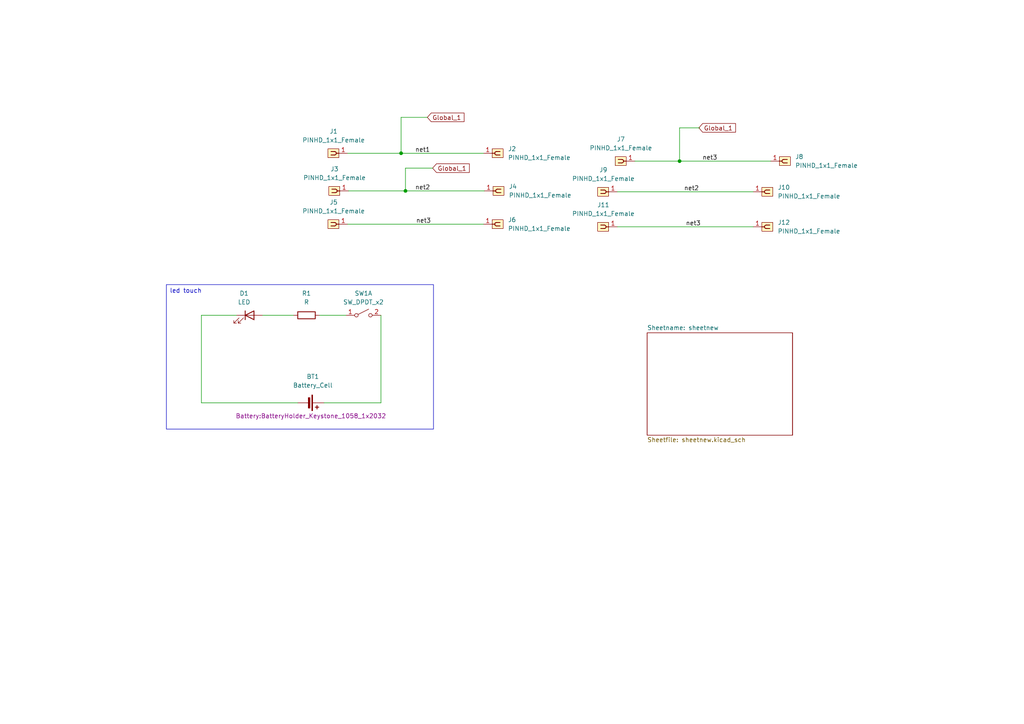
<source format=kicad_sch>
(kicad_sch (version 20231120) (generator "eeschema") (generator_version "8.0")
  (paper "A4")
  (title_block (title "VietNam Semiconductor") (company "VietNam Semiconductor"))
  (lib_symbols
    (symbol "Device:Battery_Cell" (pin_numbers hide) (pin_names (offset 0) hide)
      (property "Reference" "BT" (at 2.54 2.54 0))
      (property "Value" "Battery_Cell" (at 2.54 0 0))
      (symbol "Battery_Cell_0_1"
        (rectangle (start -2.286 1.778) (end 2.286 1.524) (fill (type outline)))
        (rectangle (start -1.524 1.016) (end 1.524 0.508) (fill (type outline)))
        (polyline (pts (xy 0 0.762) (xy 0 0)))
        (polyline (pts (xy 0 1.778) (xy 0 2.54)))
        (polyline (pts (xy 0.762 3.048) (xy 1.778 3.048)) (stroke (width 0.254)))
        (polyline (pts (xy 1.27 3.556) (xy 1.27 2.54)) (stroke (width 0.254)))
      )
      (symbol "Battery_Cell_1_1"
        (pin passive line (at 0 5.08 270) (length 2.54) (name "+") (number "1"))
        (pin passive line (at 0 -2.54 90) (length 2.54) (name "-") (number "2"))
      )
    )
    (symbol "Device:LED" (pin_numbers hide) (pin_names (offset 1.016) hide)
      (property "Reference" "D" (at 0 2.54 0))
      (property "Value" "LED" (at 0 -2.54 0))
      (symbol "LED_0_1"
        (polyline (pts (xy -1.27 -1.27) (xy -1.27 1.27)) (stroke (width 0.254)))
        (polyline (pts (xy -1.27 0) (xy 1.27 0)))
        (polyline (pts (xy 1.27 -1.27) (xy 1.27 1.27) (xy -1.27 0) (xy 1.27 -1.27)) (stroke (width 0.254)))
        (polyline (pts (xy -3.048 -0.762) (xy -4.572 -2.286) (xy -3.81 -2.286) (xy -4.572 -2.286) (xy -4.572 -1.524)))
        (polyline (pts (xy -1.778 -0.762) (xy -3.302 -2.286) (xy -2.54 -2.286) (xy -3.302 -2.286) (xy -3.302 -1.524)))
      )
      (symbol "LED_1_1"
        (pin passive line (at -3.81 0 0) (length 2.54) (name "K") (number "1"))
        (pin passive line (at 3.81 0 180) (length 2.54) (name "A") (number "2"))
      )
    )
    (symbol "Device:R" (pin_numbers hide) (pin_names (offset 0))
      (property "Reference" "R" (at 2.032 0 90))
      (property "Value" "R" (at 0 0 90))
      (symbol "R_0_1"
        (rectangle (start -1.016 -2.54) (end 1.016 2.54) (stroke (width 0.254)))
      )
      (symbol "R_1_1"
        (pin passive line (at 0 3.81 270) (length 1.27) (name "~") (number "1"))
        (pin passive line (at 0 -3.81 90) (length 1.27) (name "~") (number "2"))
      )
    )
    (symbol "PCM_SL_Pin_Headers:PINHD_1x1_Female"
      (property "Reference" "J" (at 0 6.35 0))
      (property "Value" "PINHD_1x1_Female" (at 0 3.81 0))
      (symbol "PINHD_1x1_Female_0_1"
        (rectangle (start -1.27 1.27) (end 1.905 -1.27) (fill (type background)))
        (arc (start -0.508 0) (mid -0.3592 -0.3592) (end 0 -0.508) (stroke (width 0.25)))
        (polyline (pts (xy -1.27 0) (xy -0.508 0)) (stroke (width 0.25)))
        (polyline (pts (xy 0 -0.508) (xy 1.016 -0.508)) (stroke (width 0.25)))
        (polyline (pts (xy 0 0.508) (xy 1.016 0.508)) (stroke (width 0.25)))
        (arc (start 0 0.508) (mid -0.3592 0.3592) (end -0.508 0) (stroke (width 0.25)))
      )
      (symbol "PINHD_1x1_Female_1_1"
        (pin passive line (at -3.81 0 0) (length 2.54) (name "") (number "1"))
      )
    )
    (symbol "Switch:SW_DPST_x2" (pin_names (offset 0) hide)
      (property "Reference" "SW" (at 0 3.175 0))
      (property "Value" "SW_DPST_x2" (at 0 -2.54 0))
      (symbol "SW_DPST_x2_0_0"
        (circle (center -2.032 0) (radius 0.508))
        (polyline (pts (xy -1.524 0.254) (xy 1.524 1.778)))
        (circle (center 2.032 0) (radius 0.508))
      )
      (symbol "SW_DPST_x2_1_1"
        (pin passive line (at -5.08 0 0) (length 2.54) (name "A") (number "1"))
        (pin passive line (at 5.08 0 180) (length 2.54) (name "B") (number "2"))
      )
      (symbol "SW_DPST_x2_2_1"
        (pin passive line (at -5.08 0 0) (length 2.54) (name "A") (number "3"))
        (pin passive line (at 5.08 0 180) (length 2.54) (name "B") (number "4"))
      )
    )
  )
  (junction (at 197.104 46.736))
  (junction (at 116.332 44.45))
  (junction (at 117.602 55.372))
  (wire (pts (xy 76.2 91.44) (xy 85.09 91.44)))
  (wire (pts (xy 58.42 91.44) (xy 58.42 116.84)))
  (wire (pts (xy 197.104 46.736) (xy 223.52 46.736)))
  (wire (pts (xy 184.15 46.736) (xy 197.104 46.736)))
  (wire (pts (xy 100.838 44.45) (xy 116.332 44.45)))
  (wire (pts (xy 125.476 48.768) (xy 117.602 48.768)))
  (wire (pts (xy 202.946 37.084) (xy 197.104 37.084)))
  (wire (pts (xy 179.07 65.786) (xy 218.44 65.786)))
  (wire (pts (xy 123.952 34.036) (xy 116.332 34.036)))
  (wire (pts (xy 110.49 91.44) (xy 110.49 116.84)))
  (wire (pts (xy 117.602 55.372) (xy 140.462 55.372)))
  (wire (pts (xy 100.838 65.024) (xy 140.208 65.024)))
  (wire (pts (xy 110.49 116.84) (xy 93.98 116.84)))
  (wire (pts (xy 92.71 91.44) (xy 100.33 91.44)))
  (wire (pts (xy 117.602 48.768) (xy 117.602 55.372)))
  (wire (pts (xy 197.104 37.084) (xy 197.104 46.736)))
  (wire (pts (xy 116.332 34.036) (xy 116.332 44.45)))
  (wire (pts (xy 68.58 91.44) (xy 58.42 91.44)))
  (wire (pts (xy 179.07 55.626) (xy 218.44 55.626)))
  (wire (pts (xy 116.332 44.45) (xy 140.208 44.45)))
  (wire (pts (xy 101.092 55.372) (xy 117.602 55.372)))
  (wire (pts (xy 58.42 116.84) (xy 86.36 116.84)))
  (text_box "led touch" (at 48.26 82.55 0) (size 77.47 41.91) (effects (font (size 1.27 1.27)) (justify left top)))
  (label "net3" (at 198.882 65.786 0))
  (label "net1" (at 120.396 44.45 0))
  (label "net2" (at 198.374 55.626 0))
  (label "net3" (at 120.65 65.024 0))
  (label "net3" (at 203.708 46.736 0))
  (label "net2" (at 120.396 55.372 0))
  (global_label "Global_1" (shape input) (at 202.692 37.084 0) (property "Intersheetrefs" "${INTERSHEET_REFS}" (effects (hide yes))))
  (global_label "Global_1" (shape input) (at 123.952 34.036 0) (property "Intersheetrefs" "${INTERSHEET_REFS}" (effects (hide yes))))
  (global_label "Global_1" (shape input) (at 125.476 48.768 0) (property "Intersheetrefs" "${INTERSHEET_REFS}" (effects (hide yes))))
  (symbol (lib_id "PCM_SL_Pin_Headers:PINHD_1x1_Female") (at 222.25 55.626 0) (unit 1)
    (property "Reference" "J10" (at 225.552 54.3559 0) (effects (justify left)))
    (property "Value" "PINHD_1x1_Female" (at 225.552 56.8959 0) (effects (justify left)))
    (property "Footprint" "Connector_PinSocket_2.54mm:PinSocket_1x01_P2.54mm_Vertical" (effects (hide yes)))
    (property "Description" "Pin Header female with pin space 2.54mm. Pin Count -1" (effects (hide yes)))
  )
  (symbol (lib_id "Switch:SW_DPST_x2") (at 105.41 91.44 0) (unit 1)
    (property "Reference" "SW1" (at 105.41 85.09 0))
    (property "Value" "SW_DPDT_x2" (at 105.41 87.63 0))
    (property "Footprint" "Button_Switch_THT:SW_TH_Tactile_Omron_B3F-10xx" (effects (hide yes)))
    (property "Description" "Single Pole Single Throw (SPST) switch, separate symbol" (effects (hide yes)))
  )
  (symbol (lib_id "PCM_SL_Pin_Headers:PINHD_1x1_Female") (at 180.34 46.736 180) (unit 1)
    (property "Reference" "J7" (at 180.085 40.386 0))
    (property "Value" "PINHD_1x1_Female" (at 180.085 42.926 0))
    (property "Footprint" "Connector_PinSocket_2.54mm:PinSocket_1x01_P2.54mm_Vertical" (effects (hide yes)))
    (property "Description" "Pin Header female with pin space 2.54mm. Pin Count -1" (effects (hide yes)))
  )
  (symbol (lib_id "Device:Battery_Cell") (at 88.9 116.84 270) (unit 1)
    (property "Reference" "BT1" (at 90.7415 109.22 90))
    (property "Value" "Battery_Cell" (at 90.7415 111.76 90))
    (property "Footprint" "Battery:BatteryHolder_Keystone_1058_1x2032" (at 90.17 120.65 90))
    (property "Description" "Single-cell battery" (effects (hide yes)))
  )
  (symbol (lib_id "PCM_SL_Pin_Headers:PINHD_1x1_Female") (at 175.26 55.626 180) (unit 1)
    (property "Reference" "J9" (at 175.005 49.276 0))
    (property "Value" "PINHD_1x1_Female" (at 175.005 51.816 0))
    (property "Footprint" "Connector_PinSocket_2.54mm:PinSocket_1x01_P2.54mm_Vertical" (effects (hide yes)))
    (property "Description" "Pin Header female with pin space 2.54mm. Pin Count -1" (effects (hide yes)))
  )
  (symbol (lib_id "PCM_SL_Pin_Headers:PINHD_1x1_Female") (at 227.33 46.736 0) (unit 1)
    (property "Reference" "J8" (at 230.632 45.4659 0) (effects (justify left)))
    (property "Value" "PINHD_1x1_Female" (at 230.632 48.0059 0) (effects (justify left)))
    (property "Footprint" "Connector_PinSocket_2.54mm:PinSocket_1x01_P2.54mm_Vertical" (effects (hide yes)))
    (property "Description" "Pin Header female with pin space 2.54mm. Pin Count -1" (effects (hide yes)))
  )
  (symbol (lib_id "Device:LED") (at 72.39 91.44 0) (unit 1)
    (property "Reference" "D1" (at 70.8025 85.09 0))
    (property "Value" "LED" (at 70.8025 87.63 0))
    (property "Footprint" "LED_THT:LED_D5.0mm" (effects (hide yes)))
    (property "Description" "Light emitting diode" (effects (hide yes)))
  )
  (symbol (lib_id "PCM_SL_Pin_Headers:PINHD_1x1_Female") (at 222.25 65.786 0) (unit 1)
    (property "Reference" "J12" (at 225.552 64.5159 0) (effects (justify left)))
    (property "Value" "PINHD_1x1_Female" (at 225.552 67.0559 0) (effects (justify left)))
    (property "Footprint" "Connector_PinSocket_2.54mm:PinSocket_1x01_P2.54mm_Vertical" (effects (hide yes)))
    (property "Description" "Pin Header female with pin space 2.54mm. Pin Count -1" (effects (hide yes)))
  )
  (symbol (lib_id "PCM_SL_Pin_Headers:PINHD_1x1_Female") (at 175.26 65.786 180) (unit 1)
    (property "Reference" "J11" (at 175.005 59.436 0))
    (property "Value" "PINHD_1x1_Female" (at 175.005 61.976 0))
    (property "Footprint" "Connector_PinSocket_2.54mm:PinSocket_1x01_P2.54mm_Vertical" (effects (hide yes)))
    (property "Description" "Pin Header female with pin space 2.54mm. Pin Count -1" (effects (hide yes)))
  )
  (symbol (lib_id "Device:R") (at 88.9 91.44 90) (unit 1)
    (property "Reference" "R1" (at 88.9 85.09 90))
    (property "Value" "R" (at 88.9 87.63 90))
    (property "Footprint" "Resistor_THT:R_Axial_DIN0204_L3.6mm_D1.6mm_P7.62mm_Horizontal" (effects (hide yes)))
    (property "Description" "Resistor" (effects (hide yes)))
  )
  (symbol (lib_id "PCM_SL_Pin_Headers:PINHD_1x1_Female") (at 144.018 65.024 0) (unit 1)
    (property "Reference" "J6" (at 147.32 63.7539 0) (effects (justify left)))
    (property "Value" "PINHD_1x1_Female" (at 147.32 66.2939 0) (effects (justify left)))
    (property "Footprint" "Connector_PinSocket_2.54mm:PinSocket_1x01_P2.54mm_Vertical" (effects (hide yes)))
    (property "Description" "Pin Header female with pin space 2.54mm. Pin Count -1" (effects (hide yes)))
  )
  (symbol (lib_id "PCM_SL_Pin_Headers:PINHD_1x1_Female") (at 97.028 44.45 180) (unit 1)
    (property "Reference" "J1" (at 96.773 38.1 0))
    (property "Value" "PINHD_1x1_Female" (at 96.773 40.64 0))
    (property "Footprint" "Connector_PinSocket_2.54mm:PinSocket_1x01_P2.54mm_Vertical" (effects (hide yes)))
    (property "Description" "Pin Header female with pin space 2.54mm. Pin Count -1" (effects (hide yes)))
  )
  (symbol (lib_id "PCM_SL_Pin_Headers:PINHD_1x1_Female") (at 97.282 55.372 180) (unit 1)
    (property "Reference" "J3" (at 97.027 49.022 0))
    (property "Value" "PINHD_1x1_Female" (at 97.027 51.562 0))
    (property "Footprint" "Connector_PinSocket_2.54mm:PinSocket_1x01_P2.54mm_Vertical" (effects (hide yes)))
    (property "Description" "Pin Header female with pin space 2.54mm. Pin Count -1" (effects (hide yes)))
  )
  (symbol (lib_id "PCM_SL_Pin_Headers:PINHD_1x1_Female") (at 97.028 65.024 180) (unit 1)
    (property "Reference" "J5" (at 96.773 58.674 0))
    (property "Value" "PINHD_1x1_Female" (at 96.773 61.214 0))
    (property "Footprint" "Connector_PinSocket_2.54mm:PinSocket_1x01_P2.54mm_Vertical" (effects (hide yes)))
    (property "Description" "Pin Header female with pin space 2.54mm. Pin Count -1" (effects (hide yes)))
  )
  (symbol (lib_id "PCM_SL_Pin_Headers:PINHD_1x1_Female") (at 144.272 55.372 0) (unit 1)
    (property "Reference" "J4" (at 147.574 54.1019 0) (effects (justify left)))
    (property "Value" "PINHD_1x1_Female" (at 147.574 56.6419 0) (effects (justify left)))
    (property "Footprint" "Connector_PinSocket_2.54mm:PinSocket_1x01_P2.54mm_Vertical" (effects (hide yes)))
    (property "Description" "Pin Header female with pin space 2.54mm. Pin Count -1" (effects (hide yes)))
  )
  (symbol (lib_id "PCM_SL_Pin_Headers:PINHD_1x1_Female") (at 144.018 44.45 0) (unit 1)
    (property "Reference" "J2" (at 147.32 43.1799 0) (effects (justify left)))
    (property "Value" "PINHD_1x1_Female" (at 147.32 45.7199 0) (effects (justify left)))
    (property "Footprint" "Connector_PinSocket_2.54mm:PinSocket_1x01_P2.54mm_Vertical" (effects (hide yes)))
    (property "Description" "Pin Header female with pin space 2.54mm. Pin Count -1" (effects (hide yes)))
  )
  (sheet (at 187.706 96.52) (size 42.164 29.718) (stroke (width 0.1524))
    (property "Sheetname" "sheetnew" (at 187.706 95.8084 0) (show_name yes) (effects (justify left bottom)))
    (property "Sheetfile" "sheetnew.kicad_sch" (at 187.706 126.8226 0) (show_name yes) (effects (justify left top)))
  )
)
</source>
